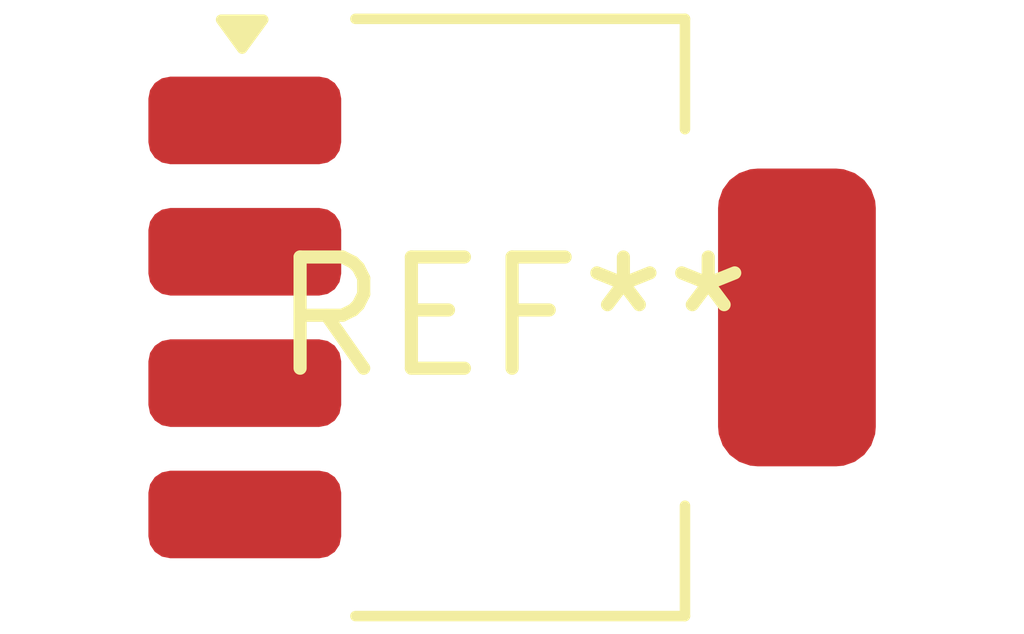
<source format=kicad_pcb>
(kicad_pcb (version 20240108) (generator pcbnew)
  (layers (0 "F.Cu" signal) (31 "B.Cu" signal) (34 "B.Paste" user) (35 "F.Paste" user) (36 "B.SilkS" user "B.Silkscreen") (37 "F.SilkS" user "F.Silkscreen") (38 "B.Mask" user) (39 "F.Mask" user) (44 "Edge.Cuts" user))
  (net 0 "")
  (footprint "SOT-223-5" (layer "F.Cu") (at 0 0)
    (property "Reference" "REF**")
    (property "Value" "SOT-223-5")
    (fp_line (start -1.7875 -3.41) (end 1.9725 -3.41) (layer "F.SilkS") (stroke (width 0.12)))
    (fp_line (start -1.7875 3.41) (end 1.9725 3.41) (layer "F.SilkS") (stroke (width 0.12)))
    (fp_line (start 1.9725 -3.41) (end 1.9725 -2.15) (layer "F.SilkS") (stroke (width 0.12)))
    (fp_line (start 1.9725 3.41) (end 1.9725 2.15) (layer "F.SilkS") (stroke (width 0.12)))
    (fp_poly (pts (xy -3.08 -3.07) (xy -3.32 -3.4) (xy -2.84 -3.4) (xy -3.08 -3.07)) (layer "F.SilkS") (stroke (width 0.12)) (fill solid))
    (pad "1" smd roundrect (at -3.05 -2.25) (size 2.2 1) (layers "F.Cu" "F.Paste" "F.Mask"))
    (pad "2" smd roundrect (at -3.05 -0.75) (size 2.2 1) (layers "F.Cu" "F.Paste" "F.Mask"))
    (pad "3" smd roundrect (at -3.05 0.75) (size 2.2 1) (layers "F.Cu" "F.Paste" "F.Mask"))
    (pad "4" smd roundrect (at -3.05 2.25) (size 2.2 1) (layers "F.Cu" "F.Paste" "F.Mask"))
    (pad "5" smd roundrect (at 3.25 0) (size 1.8 3.4) (layers "F.Cu" "F.Paste" "F.Mask"))
  )
)
</source>
